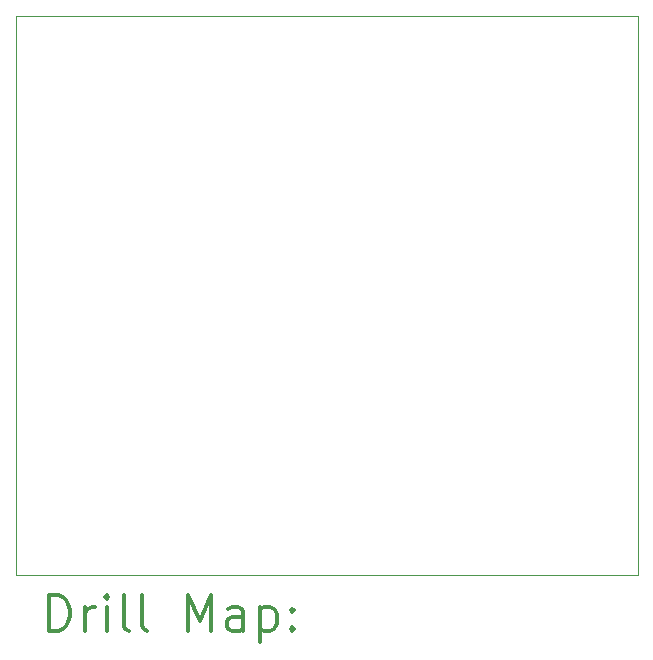
<source format=gbr>
%FSLAX45Y45*%
G04 Gerber Fmt 4.5, Leading zero omitted, Abs format (unit mm)*
G04 Created by KiCad (PCBNEW (5.1.10)-1) date 2021-11-05 15:58:17*
%MOMM*%
%LPD*%
G01*
G04 APERTURE LIST*
%TA.AperFunction,Profile*%
%ADD10C,0.050000*%
%TD*%
%ADD11C,0.200000*%
%ADD12C,0.300000*%
G04 APERTURE END LIST*
D10*
X12636500Y-13400000D02*
X12636500Y-8661400D01*
X17900000Y-8661400D02*
X12636500Y-8661400D01*
X17900000Y-8661400D02*
X17900000Y-13400000D01*
X12636500Y-13400000D02*
X17900000Y-13400000D01*
D11*
D12*
X12920428Y-13868214D02*
X12920428Y-13568214D01*
X12991857Y-13568214D01*
X13034714Y-13582500D01*
X13063286Y-13611071D01*
X13077571Y-13639643D01*
X13091857Y-13696786D01*
X13091857Y-13739643D01*
X13077571Y-13796786D01*
X13063286Y-13825357D01*
X13034714Y-13853929D01*
X12991857Y-13868214D01*
X12920428Y-13868214D01*
X13220428Y-13868214D02*
X13220428Y-13668214D01*
X13220428Y-13725357D02*
X13234714Y-13696786D01*
X13249000Y-13682500D01*
X13277571Y-13668214D01*
X13306143Y-13668214D01*
X13406143Y-13868214D02*
X13406143Y-13668214D01*
X13406143Y-13568214D02*
X13391857Y-13582500D01*
X13406143Y-13596786D01*
X13420428Y-13582500D01*
X13406143Y-13568214D01*
X13406143Y-13596786D01*
X13591857Y-13868214D02*
X13563286Y-13853929D01*
X13549000Y-13825357D01*
X13549000Y-13568214D01*
X13749000Y-13868214D02*
X13720428Y-13853929D01*
X13706143Y-13825357D01*
X13706143Y-13568214D01*
X14091857Y-13868214D02*
X14091857Y-13568214D01*
X14191857Y-13782500D01*
X14291857Y-13568214D01*
X14291857Y-13868214D01*
X14563286Y-13868214D02*
X14563286Y-13711071D01*
X14549000Y-13682500D01*
X14520428Y-13668214D01*
X14463286Y-13668214D01*
X14434714Y-13682500D01*
X14563286Y-13853929D02*
X14534714Y-13868214D01*
X14463286Y-13868214D01*
X14434714Y-13853929D01*
X14420428Y-13825357D01*
X14420428Y-13796786D01*
X14434714Y-13768214D01*
X14463286Y-13753929D01*
X14534714Y-13753929D01*
X14563286Y-13739643D01*
X14706143Y-13668214D02*
X14706143Y-13968214D01*
X14706143Y-13682500D02*
X14734714Y-13668214D01*
X14791857Y-13668214D01*
X14820428Y-13682500D01*
X14834714Y-13696786D01*
X14849000Y-13725357D01*
X14849000Y-13811071D01*
X14834714Y-13839643D01*
X14820428Y-13853929D01*
X14791857Y-13868214D01*
X14734714Y-13868214D01*
X14706143Y-13853929D01*
X14977571Y-13839643D02*
X14991857Y-13853929D01*
X14977571Y-13868214D01*
X14963286Y-13853929D01*
X14977571Y-13839643D01*
X14977571Y-13868214D01*
X14977571Y-13682500D02*
X14991857Y-13696786D01*
X14977571Y-13711071D01*
X14963286Y-13696786D01*
X14977571Y-13682500D01*
X14977571Y-13711071D01*
M02*

</source>
